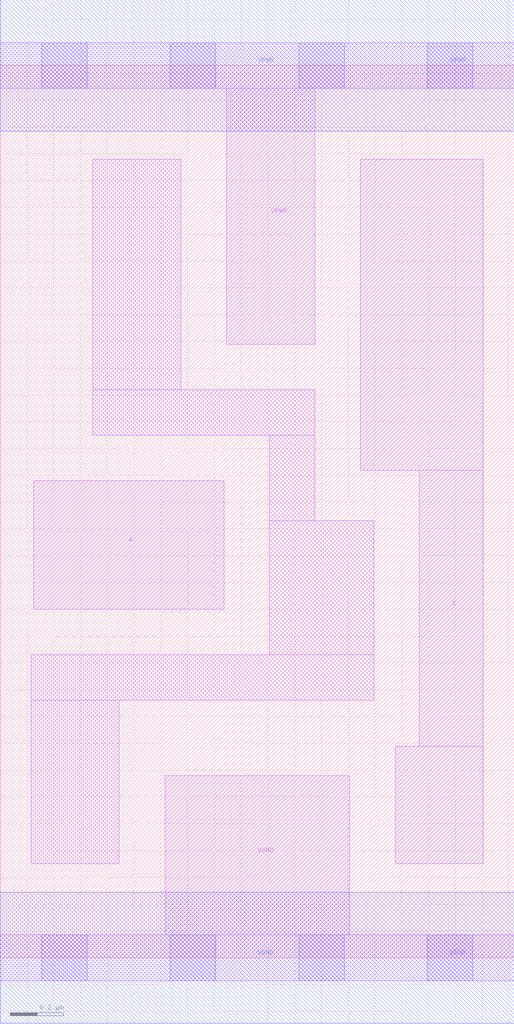
<source format=lef>
# Copyright 2020 The SkyWater PDK Authors
#
# Licensed under the Apache License, Version 2.0 (the "License");
# you may not use this file except in compliance with the License.
# You may obtain a copy of the License at
#
#     https://www.apache.org/licenses/LICENSE-2.0
#
# Unless required by applicable law or agreed to in writing, software
# distributed under the License is distributed on an "AS IS" BASIS,
# WITHOUT WARRANTIES OR CONDITIONS OF ANY KIND, either express or implied.
# See the License for the specific language governing permissions and
# limitations under the License.
#
# SPDX-License-Identifier: Apache-2.0

VERSION 5.7 ;
  NAMESCASESENSITIVE ON ;
  NOWIREEXTENSIONATPIN ON ;
  DIVIDERCHAR "/" ;
  BUSBITCHARS "[]" ;
UNITS
  DATABASE MICRONS 200 ;
END UNITS
MACRO sky130_fd_sc_ms__clkbuf_1
  CLASS CORE ;
  SOURCE USER ;
  FOREIGN sky130_fd_sc_ms__clkbuf_1 ;
  ORIGIN  0.000000  0.000000 ;
  SIZE  1.920000 BY  3.330000 ;
  SYMMETRY X Y ;
  SITE unit ;
  PIN A
    ANTENNAGATEAREA  0.264600 ;
    DIRECTION INPUT ;
    USE SIGNAL ;
    PORT
      LAYER li1 ;
        RECT 0.125000 1.300000 0.835000 1.780000 ;
    END
  END A
  PIN X
    ANTENNADIFFAREA  0.432600 ;
    DIRECTION OUTPUT ;
    USE SIGNAL ;
    PORT
      LAYER li1 ;
        RECT 1.345000 1.820000 1.805000 2.980000 ;
        RECT 1.475000 0.350000 1.805000 0.790000 ;
        RECT 1.565000 0.790000 1.805000 1.820000 ;
    END
  END X
  PIN VGND
    DIRECTION INOUT ;
    USE GROUND ;
    PORT
      LAYER li1 ;
        RECT 0.000000 -0.085000 1.920000 0.085000 ;
        RECT 0.615000  0.085000 1.305000 0.680000 ;
      LAYER mcon ;
        RECT 0.155000 -0.085000 0.325000 0.085000 ;
        RECT 0.635000 -0.085000 0.805000 0.085000 ;
        RECT 1.115000 -0.085000 1.285000 0.085000 ;
        RECT 1.595000 -0.085000 1.765000 0.085000 ;
      LAYER met1 ;
        RECT 0.000000 -0.245000 1.920000 0.245000 ;
    END
  END VGND
  PIN VPWR
    DIRECTION INOUT ;
    USE POWER ;
    PORT
      LAYER li1 ;
        RECT 0.000000 3.245000 1.920000 3.415000 ;
        RECT 0.845000 2.290000 1.175000 3.245000 ;
      LAYER mcon ;
        RECT 0.155000 3.245000 0.325000 3.415000 ;
        RECT 0.635000 3.245000 0.805000 3.415000 ;
        RECT 1.115000 3.245000 1.285000 3.415000 ;
        RECT 1.595000 3.245000 1.765000 3.415000 ;
      LAYER met1 ;
        RECT 0.000000 3.085000 1.920000 3.575000 ;
    END
  END VPWR
  OBS
    LAYER li1 ;
      RECT 0.115000 0.350000 0.445000 0.960000 ;
      RECT 0.115000 0.960000 1.395000 1.130000 ;
      RECT 0.345000 1.950000 1.175000 2.120000 ;
      RECT 0.345000 2.120000 0.675000 2.980000 ;
      RECT 1.005000 1.130000 1.395000 1.630000 ;
      RECT 1.005000 1.630000 1.175000 1.950000 ;
  END
END sky130_fd_sc_ms__clkbuf_1

</source>
